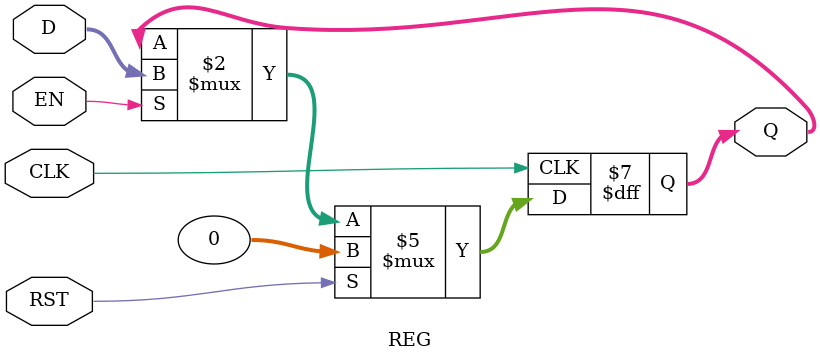
<source format=v>
module REG #(parameter BITWIDTH = 32) (	
	input wire	CLK,
	input wire	RST,
	input wire	EN,
	input wire	[BITWIDTH - 1:0]	D,
	output reg	[BITWIDTH - 1:0]	Q
); // ???? ??(CLK), ??(RST), EN?, ??(D), ?? Q?? ??

	always @ (posedge CLK) // CLK??? ??????
	begin
		if (RST)		Q<=0; // ????? ??? ??? 0
		else if (EN)	Q<=D; // EN??? 1?? ??? ???
	end
endmodule

</source>
